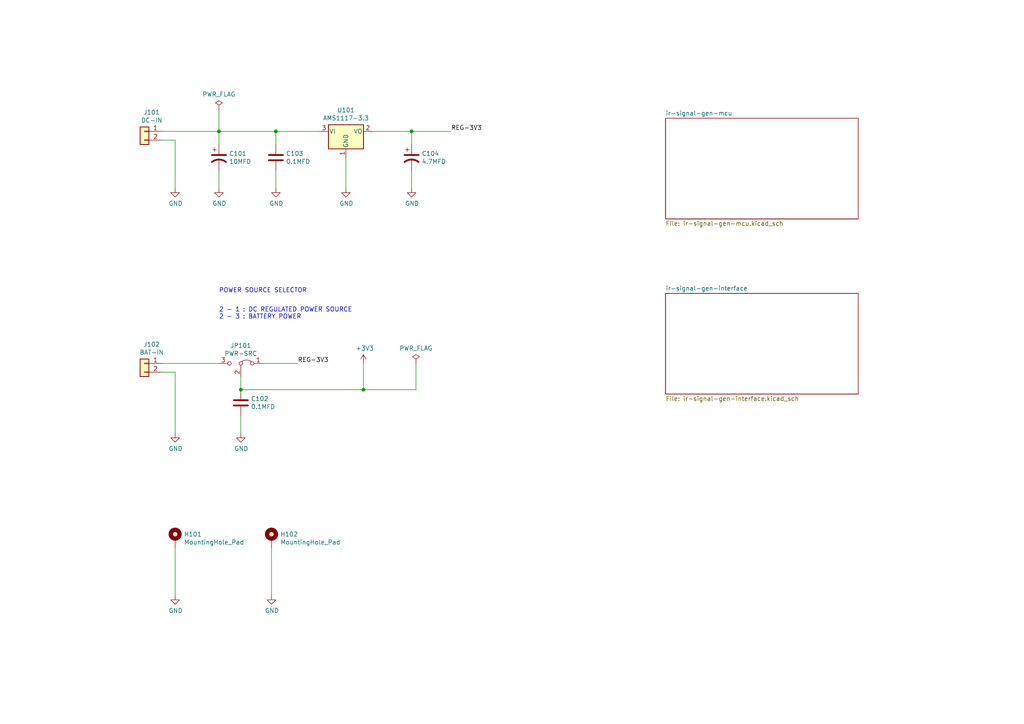
<source format=kicad_sch>
(kicad_sch (version 20211123) (generator eeschema)
  (paper "A4")
  (title_block (title "IR Clone - Signal Capture / Playback Module") (date "2020-12-19") (rev "1.0.0") (company "Dilshan R Jayakody") (comment 1 "jayakody2000lk@gmail.com") (comment 2 "jayakody2000lk.blogspot.com") (comment 3 "https://github.com/dilshan/ir-clone"))
  (lib_symbols
    (symbol "Connector_Generic:Conn_01x02" (pin_names (offset 1.016) hide)
      (property "Reference" "J" (at 0 2.54 0))
      (property "Value" "Conn_01x02" (at 0 -5.08 0))
      (symbol "Conn_01x02_1_1"
        (rectangle (start -1.27 -2.413) (end 0 -2.667) (stroke (width 0.1524)))
        (rectangle (start -1.27 0.127) (end 0 -0.127) (stroke (width 0.1524)))
        (rectangle (start -1.27 1.27) (end 1.27 -3.81) (stroke (width 0.254)) (fill (type background)))
        (pin passive line (at -5.08 0 0) (length 3.81) (name "Pin_1") (number "1"))
        (pin passive line (at -5.08 -2.54 0) (length 3.81) (name "Pin_2") (number "2"))
      )
    )
    (symbol "Device:C" (pin_numbers hide) (pin_names (offset 0.254))
      (property "Reference" "C" (at 0.635 2.54 0))
      (property "Value" "C" (at 0.635 -2.54 0))
      (symbol "C_0_1"
        (polyline (pts (xy -2.032 -0.762) (xy 2.032 -0.762)) (stroke (width 0.508)))
        (polyline (pts (xy -2.032 0.762) (xy 2.032 0.762)) (stroke (width 0.508)))
      )
      (symbol "C_1_1"
        (pin passive line (at 0 3.81 270) (length 2.794) (name "~") (number "1"))
        (pin passive line (at 0 -3.81 90) (length 2.794) (name "~") (number "2"))
      )
    )
    (symbol "Device:C_Polarized_US" (pin_numbers hide) (pin_names (offset 0.254) hide)
      (property "Reference" "C" (at 0.635 2.54 0))
      (property "Value" "C_Polarized_US" (at 0.635 -2.54 0))
      (symbol "C_Polarized_US_0_1"
        (polyline (pts (xy -2.032 0.762) (xy 2.032 0.762)) (stroke (width 0.508)))
        (polyline (pts (xy -1.778 2.286) (xy -0.762 2.286)))
        (polyline (pts (xy -1.27 1.778) (xy -1.27 2.794)))
        (arc (start 2.032 -1.27) (mid 0 -0.5572) (end -2.032 -1.27) (stroke (width 0.508)))
      )
      (symbol "C_Polarized_US_1_1"
        (pin passive line (at 0 3.81 270) (length 2.794) (name "~") (number "1"))
        (pin passive line (at 0 -3.81 90) (length 3.302) (name "~") (number "2"))
      )
    )
    (symbol "Jumper:Jumper_3_Bridged12" (pin_names (offset 0) hide)
      (property "Reference" "JP" (at -2.54 -2.54 0))
      (property "Value" "Jumper_3_Bridged12" (at 0 2.794 0))
      (symbol "Jumper_3_Bridged12_0_0"
        (circle (center -3.302 0) (radius 0.508))
        (circle (center 0 0) (radius 0.508))
        (circle (center 3.302 0) (radius 0.508))
      )
      (symbol "Jumper_3_Bridged12_0_1"
        (arc (start -0.254 0.508) (mid -1.651 0.9912) (end -3.048 0.508))
        (polyline (pts (xy 0 -1.27) (xy 0 -0.508)))
      )
      (symbol "Jumper_3_Bridged12_1_1"
        (pin passive line (at -6.35 0 0) (length 2.54) (name "A") (number "1"))
        (pin input line (at 0 -3.81 90) (length 2.54) (name "C") (number "2"))
        (pin passive line (at 6.35 0 180) (length 2.54) (name "B") (number "3"))
      )
    )
    (symbol "Mechanical:MountingHole_Pad" (pin_numbers hide) (pin_names (offset 1.016) hide)
      (property "Reference" "H" (at 0 6.35 0))
      (property "Value" "MountingHole_Pad" (at 0 4.445 0))
      (symbol "MountingHole_Pad_0_1"
        (circle (center 0 1.27) (radius 1.27) (stroke (width 1.27)))
      )
      (symbol "MountingHole_Pad_1_1"
        (pin input line (at 0 -2.54 90) (length 2.54) (name "1") (number "1"))
      )
    )
    (symbol "Regulator_Linear:AMS1117-3.3" (pin_names (offset 0.254))
      (property "Reference" "U" (at -3.81 3.175 0))
      (property "Value" "AMS1117-3.3" (at 0 3.175 0))
      (symbol "AMS1117-3.3_0_1"
        (rectangle (start -5.08 -5.08) (end 5.08 1.905) (stroke (width 0.254)) (fill (type background)))
      )
      (symbol "AMS1117-3.3_1_1"
        (pin power_in line (at 0 -7.62 90) (length 2.54) (name "GND") (number "1"))
        (pin power_out line (at 7.62 0 180) (length 2.54) (name "VO") (number "2"))
        (pin power_in line (at -7.62 0 0) (length 2.54) (name "VI") (number "3"))
      )
    )
    (symbol "power:+3V3" (power) (pin_names (offset 0))
      (property "Value" "+3V3" (at 0 3.556 0))
      (symbol "+3V3_0_1"
        (polyline (pts (xy -0.762 1.27) (xy 0 2.54)))
        (polyline (pts (xy 0 0) (xy 0 2.54)))
        (polyline (pts (xy 0 2.54) (xy 0.762 1.27)))
      )
      (symbol "+3V3_1_1"
        (pin power_in line (at 0 0 90) (length 0) hide (name "+3V3") (number "1"))
      )
    )
    (symbol "power:GND" (power) (pin_names (offset 0))
      (property "Value" "GND" (at 0 -3.81 0))
      (symbol "GND_0_1"
        (polyline (pts (xy 0 0) (xy 0 -1.27) (xy 1.27 -1.27) (xy 0 -2.54) (xy -1.27 -1.27) (xy 0 -1.27)))
      )
      (symbol "GND_1_1"
        (pin power_in line (at 0 0 270) (length 0) hide (name "GND") (number "1"))
      )
    )
    (symbol "power:PWR_FLAG" (power) (pin_numbers hide) (pin_names (offset 0) hide)
      (property "Value" "PWR_FLAG" (at 0 3.81 0))
      (symbol "PWR_FLAG_0_0"
        (pin power_out line (at 0 0 90) (length 0) (name "pwr") (number "1"))
      )
      (symbol "PWR_FLAG_0_1"
        (polyline (pts (xy 0 0) (xy 0 1.27) (xy -1.016 1.905) (xy 0 2.54) (xy 1.016 1.905) (xy 0 1.27)))
      )
    )
  )
  (junction (at 119.38 38.1))
  (junction (at 105.41 113.03))
  (junction (at 63.5 38.1))
  (junction (at 80.01 38.1))
  (junction (at 69.85 113.03))
  (wire (pts (xy 46.99 38.1) (xy 63.5 38.1)))
  (wire (pts (xy 107.95 38.1) (xy 119.38 38.1)))
  (wire (pts (xy 46.99 107.95) (xy 50.8 107.95)))
  (wire (pts (xy 80.01 49.53) (xy 80.01 54.61)))
  (wire (pts (xy 46.99 105.41) (xy 63.5 105.41)))
  (wire (pts (xy 120.65 113.03) (xy 120.65 105.41)))
  (wire (pts (xy 119.38 38.1) (xy 119.38 41.91)))
  (wire (pts (xy 69.85 113.03) (xy 105.41 113.03)))
  (wire (pts (xy 86.36 105.41) (xy 76.2 105.41)))
  (wire (pts (xy 63.5 49.53) (xy 63.5 54.61)))
  (wire (pts (xy 69.85 109.22) (xy 69.85 113.03)))
  (wire (pts (xy 100.33 45.72) (xy 100.33 54.61)))
  (wire (pts (xy 63.5 41.91) (xy 63.5 38.1)))
  (wire (pts (xy 80.01 41.91) (xy 80.01 38.1)))
  (wire (pts (xy 50.8 40.64) (xy 50.8 54.61)))
  (wire (pts (xy 46.99 40.64) (xy 50.8 40.64)))
  (wire (pts (xy 50.8 158.75) (xy 50.8 172.72)))
  (wire (pts (xy 130.81 38.1) (xy 119.38 38.1)))
  (wire (pts (xy 78.74 158.75) (xy 78.74 172.72)))
  (wire (pts (xy 105.41 113.03) (xy 120.65 113.03)))
  (wire (pts (xy 105.41 113.03) (xy 105.41 105.41)))
  (wire (pts (xy 50.8 107.95) (xy 50.8 125.73)))
  (wire (pts (xy 63.5 38.1) (xy 80.01 38.1)))
  (wire (pts (xy 63.5 31.75) (xy 63.5 38.1)))
  (wire (pts (xy 80.01 38.1) (xy 92.71 38.1)))
  (wire (pts (xy 119.38 49.53) (xy 119.38 54.61)))
  (wire (pts (xy 69.85 125.73) (xy 69.85 120.65)))
  (text "POWER SOURCE SELECTOR" (at 63.5 85.09 0) (effects (font (size 1.27 1.27)) (justify left bottom)))
  (text "2 - 1 : DC REGULATED POWER SOURCE\n2 - 3 : BATTERY POWER" (at 63.5 92.71 0) (effects (font (size 1.27 1.27)) (justify left bottom)))
  (label "REG-3V3" (at 86.36 105.41 0))
  (label "REG-3V3" (at 130.81 38.1 0))
  (symbol (lib_id "Regulator_Linear:AMS1117-3.3") (at 100.33 38.1 0) (unit 1)
    (property "Reference" "U101" (at 100.33 31.9532 0))
    (property "Value" "AMS1117-3.3" (at 100.33 34.2646 0))
    (property "Footprint" "Package_TO_SOT_SMD:SOT-223-3_TabPin2" (effects hide))
    (property "Datasheet" "http://www.advanced-monolithic.com/pdf/ds1117.pdf" (effects hide))
  )
  (symbol (lib_id "Device:C_Polarized_US") (at 63.5 45.72 0) (unit 1)
    (property "Reference" "C101" (at 66.421 44.5516 0) (effects (justify left)))
    (property "Value" "10MFD" (at 66.421 46.863 0) (effects (justify left)))
    (property "Footprint" "Capacitor_THT:CP_Radial_D5.0mm_P2.50mm" (effects hide))
  )
  (symbol (lib_id "Device:C_Polarized_US") (at 119.38 45.72 0) (unit 1)
    (property "Reference" "C104" (at 122.301 44.5516 0) (effects (justify left)))
    (property "Value" "4.7MFD" (at 122.301 46.863 0) (effects (justify left)))
    (property "Footprint" "Capacitor_THT:CP_Radial_D5.0mm_P2.50mm" (effects hide))
  )
  (symbol (lib_id "Device:C") (at 80.01 45.72 0) (unit 1)
    (property "Reference" "C103" (at 82.931 44.5516 0) (effects (justify left)))
    (property "Value" "0.1MFD" (at 82.931 46.863 0) (effects (justify left)))
    (property "Footprint" "Capacitor_SMD:C_0805_2012Metric_Pad1.18x1.45mm_HandSolder" (effects hide))
  )
  (symbol (lib_id "power:GND") (at 119.38 54.61 0) (unit 1)
    (property "Reference" "#PWR0109" (effects hide))
    (property "Value" "GND" (at 119.507 59.0042 0))
  )
  (symbol (lib_id "power:GND") (at 80.01 54.61 0) (unit 1)
    (property "Reference" "#PWR0110" (effects hide))
    (property "Value" "GND" (at 80.137 59.0042 0))
  )
  (symbol (lib_id "power:GND") (at 63.5 54.61 0) (unit 1)
    (property "Reference" "#PWR0111" (effects hide))
    (property "Value" "GND" (at 63.627 59.0042 0))
  )
  (symbol (lib_id "power:GND") (at 50.8 54.61 0) (unit 1)
    (property "Reference" "#PWR0112" (effects hide))
    (property "Value" "GND" (at 50.927 59.0042 0))
  )
  (symbol (lib_id "Connector_Generic:Conn_01x02") (at 41.91 38.1 0) (mirror y) (unit 1)
    (property "Reference" "J101" (at 43.9928 32.5882 0))
    (property "Value" "DC-IN" (at 43.9928 34.8996 0))
    (property "Footprint" "Connector_Phoenix_MC:PhoenixContact_MCV_1,5_2-G-3.5_1x02_P3.50mm_Vertical" (effects hide))
  )
  (symbol (lib_id "power:GND") (at 100.33 54.61 0) (unit 1)
    (property "Reference" "#PWR0113" (effects hide))
    (property "Value" "GND" (at 100.457 59.0042 0))
  )
  (symbol (lib_id "power:PWR_FLAG") (at 63.5 31.75 0) (unit 1)
    (property "Reference" "#FLG0101" (effects hide))
    (property "Value" "PWR_FLAG" (at 63.5 27.3558 0))
  )
  (symbol (lib_id "Connector_Generic:Conn_01x02") (at 41.91 105.41 0) (mirror y) (unit 1)
    (property "Reference" "J102" (at 43.9928 99.8982 0))
    (property "Value" "BAT-IN" (at 43.9928 102.2096 0))
    (property "Footprint" "Connector_PinHeader_2.54mm:PinHeader_1x02_P2.54mm_Vertical" (effects hide))
  )
  (symbol (lib_id "Jumper:Jumper_3_Bridged12") (at 69.85 105.41 0) (mirror y) (unit 1)
    (property "Reference" "JP101" (at 69.85 100.2284 0))
    (property "Value" "PWR-SRC" (at 69.85 102.5398 0))
    (property "Footprint" "Connector_PinHeader_2.54mm:PinHeader_1x03_P2.54mm_Vertical" (effects hide))
  )
  (symbol (lib_id "power:+3V3") (at 105.41 105.41 0) (unit 1)
    (property "Reference" "#PWR0114" (effects hide))
    (property "Value" "+3V3" (at 105.791 101.0158 0))
  )
  (symbol (lib_id "power:GND") (at 69.85 125.73 0) (unit 1)
    (property "Reference" "#PWR0115" (effects hide))
    (property "Value" "GND" (at 69.977 130.1242 0))
  )
  (symbol (lib_id "Device:C") (at 69.85 116.84 0) (unit 1)
    (property "Reference" "C102" (at 72.771 115.6716 0) (effects (justify left)))
    (property "Value" "0.1MFD" (at 72.771 117.983 0) (effects (justify left)))
    (property "Footprint" "Capacitor_SMD:C_0805_2012Metric_Pad1.18x1.45mm_HandSolder" (effects hide))
  )
  (symbol (lib_id "power:GND") (at 50.8 125.73 0) (unit 1)
    (property "Reference" "#PWR0116" (effects hide))
    (property "Value" "GND" (at 50.927 130.1242 0))
  )
  (symbol (lib_id "power:PWR_FLAG") (at 120.65 105.41 0) (unit 1)
    (property "Reference" "#FLG0102" (effects hide))
    (property "Value" "PWR_FLAG" (at 120.65 101.0158 0))
  )
  (symbol (lib_id "Mechanical:MountingHole_Pad") (at 50.8 156.21 0) (unit 1)
    (property "Reference" "H101" (at 53.34 154.9654 0) (effects (justify left)))
    (property "Value" "MountingHole_Pad" (at 53.34 157.2768 0) (effects (justify left)))
    (property "Footprint" "MountingHole:MountingHole_3.2mm_M3_Pad" (effects hide))
  )
  (symbol (lib_id "power:GND") (at 50.8 172.72 0) (unit 1)
    (property "Reference" "#PWR0117" (effects hide))
    (property "Value" "GND" (at 50.927 177.1142 0))
  )
  (symbol (lib_id "Mechanical:MountingHole_Pad") (at 78.74 156.21 0) (unit 1)
    (property "Reference" "H102" (at 81.28 154.9654 0) (effects (justify left)))
    (property "Value" "MountingHole_Pad" (at 81.28 157.2768 0) (effects (justify left)))
    (property "Footprint" "MountingHole:MountingHole_3.2mm_M3_Pad" (effects hide))
  )
  (symbol (lib_id "power:GND") (at 78.74 172.72 0) (unit 1)
    (property "Reference" "#PWR0118" (effects hide))
    (property "Value" "GND" (at 78.867 177.1142 0))
  )
  (sheet (at 193.04 34.29) (size 55.88 29.21)
    (property "Sheet name" "ir-signal-gen-mcu" (at 193.04 33.5784 0) (effects (justify left bottom)))
    (property "Sheet file" "ir-signal-gen-mcu.kicad_sch" (at 193.04 64.0846 0) (effects (justify left top)))
  )
  (sheet (at 193.04 85.09) (size 55.88 29.21)
    (property "Sheet name" "ir-signal-gen-interface" (at 193.04 84.3784 0) (effects (justify left bottom)))
    (property "Sheet file" "ir-signal-gen-interface.kicad_sch" (at 193.04 114.8846 0) (effects (justify left top)))
  )
)
</source>
